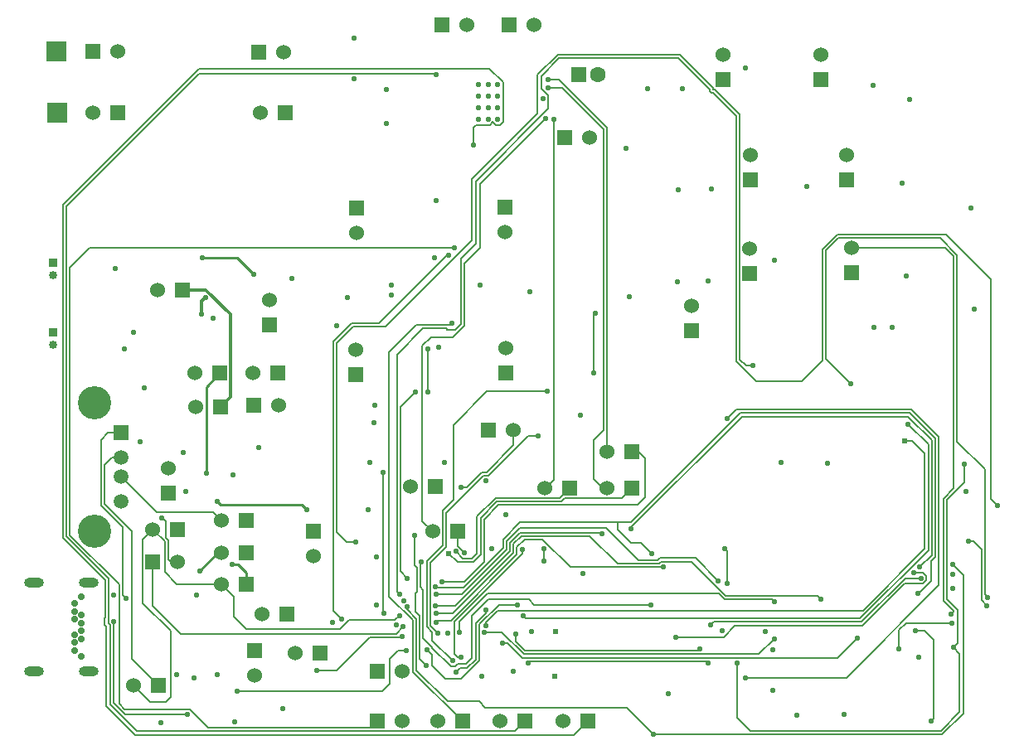
<source format=gbr>
%TF.GenerationSoftware,KiCad,Pcbnew,7.0.6-0*%
%TF.CreationDate,2024-11-22T12:27:14-08:00*%
%TF.ProjectId,OuterBoard_rev2.1,4f757465-7242-46f6-9172-645f72657632,rev?*%
%TF.SameCoordinates,Original*%
%TF.FileFunction,Copper,L4,Bot*%
%TF.FilePolarity,Positive*%
%FSLAX46Y46*%
G04 Gerber Fmt 4.6, Leading zero omitted, Abs format (unit mm)*
G04 Created by KiCad (PCBNEW 7.0.6-0) date 2024-11-22 12:27:14*
%MOMM*%
%LPD*%
G01*
G04 APERTURE LIST*
%TA.AperFunction,ComponentPad*%
%ADD10R,1.530000X1.530000*%
%TD*%
%TA.AperFunction,ComponentPad*%
%ADD11C,1.530000*%
%TD*%
%TA.AperFunction,ComponentPad*%
%ADD12C,0.550000*%
%TD*%
%TA.AperFunction,ComponentPad*%
%ADD13C,0.700000*%
%TD*%
%TA.AperFunction,ComponentPad*%
%ADD14O,2.000000X1.000000*%
%TD*%
%TA.AperFunction,ComponentPad*%
%ADD15R,1.508000X1.508000*%
%TD*%
%TA.AperFunction,ComponentPad*%
%ADD16C,1.508000*%
%TD*%
%TA.AperFunction,ComponentPad*%
%ADD17C,3.396000*%
%TD*%
%TA.AperFunction,ComponentPad*%
%ADD18R,2.000000X2.000000*%
%TD*%
%TA.AperFunction,ComponentPad*%
%ADD19R,0.850000X0.850000*%
%TD*%
%TA.AperFunction,ComponentPad*%
%ADD20C,0.850000*%
%TD*%
%TA.AperFunction,ComponentPad*%
%ADD21R,1.600000X1.600000*%
%TD*%
%TA.AperFunction,ComponentPad*%
%ADD22C,1.600000*%
%TD*%
%TA.AperFunction,ViaPad*%
%ADD23C,0.550000*%
%TD*%
%TA.AperFunction,ViaPad*%
%ADD24C,0.609600*%
%TD*%
%TA.AperFunction,Conductor*%
%ADD25C,0.300000*%
%TD*%
%TA.AperFunction,Conductor*%
%ADD26C,0.254000*%
%TD*%
%TA.AperFunction,Conductor*%
%ADD27C,0.200000*%
%TD*%
G04 APERTURE END LIST*
D10*
%TO.P,J14,01,01*%
%TO.N,VCC*%
X97993200Y-89560400D03*
D11*
%TO.P,J14,02,02*%
%TO.N,Net-(U1-V_{DD})*%
X95453200Y-89560400D03*
%TD*%
D10*
%TO.P,J27,01,01*%
%TO.N,BNO_SDA*%
X117881400Y-128574800D03*
D11*
%TO.P,J27,02,02*%
%TO.N,GPIO33*%
X120421400Y-128574800D03*
%TD*%
D10*
%TO.P,J5,01,01*%
%TO.N,Net-(U2-BOUT1)*%
X124496900Y-62509400D03*
D11*
%TO.P,J5,02,02*%
%TO.N,Net-(U2-BOUT2)*%
X127036900Y-62509400D03*
%TD*%
D12*
%TO.P,U2,18_1*%
%TO.N,N/C*%
X128180000Y-68588600D03*
%TO.P,U2,18_2*%
X128180000Y-69788600D03*
%TO.P,U2,18_3*%
X128180000Y-70988600D03*
%TO.P,U2,18_4*%
X128180000Y-72188600D03*
%TO.P,U2,18_5*%
X129180000Y-68588600D03*
%TO.P,U2,18_6*%
X129180000Y-69788600D03*
%TO.P,U2,18_7*%
X129180000Y-70988600D03*
%TO.P,U2,18_8*%
X129180000Y-72188600D03*
%TO.P,U2,18_9*%
X130180000Y-68588600D03*
%TO.P,U2,18_10*%
X130180000Y-69788600D03*
%TO.P,U2,18_11*%
X130180000Y-70988600D03*
%TO.P,U2,18_12*%
X130180000Y-72188600D03*
%TD*%
D10*
%TO.P,J13,01,01*%
%TO.N,+BATT*%
X96570800Y-110298300D03*
D11*
%TO.P,J13,02,02*%
%TO.N,Net-(J13-Pad02)*%
X96570800Y-107758300D03*
%TD*%
D13*
%TO.P,J42,B1,GND__2*%
%TO.N,GND*%
X87641700Y-127052800D03*
%TO.P,J42,B2,SSTXP2*%
%TO.N,unconnected-(J42-SSTXP2-PadB2)*%
X86941700Y-126402800D03*
%TO.P,J42,B3,SSTXN2*%
%TO.N,unconnected-(J42-SSTXN2-PadB3)*%
X86941700Y-125602800D03*
%TO.P,J42,B4,VBUS__2*%
%TO.N,+5V*%
X87641700Y-125202800D03*
%TO.P,J42,B5,CC2*%
%TO.N,Net-(J42-CC2)*%
X86941700Y-124802800D03*
%TO.P,J42,B6,DP2*%
%TO.N,Net-(J42-DN2)*%
X87641700Y-124402800D03*
%TO.P,J42,B7,DN2*%
X87641700Y-123602800D03*
%TO.P,J42,B8,SBU2*%
%TO.N,unconnected-(J42-SBU2-PadB8)*%
X86941700Y-123202800D03*
%TO.P,J42,B9,VBUS__3*%
%TO.N,+5V*%
X87641700Y-122802800D03*
%TO.P,J42,B10,SSRXN1*%
%TO.N,unconnected-(J42-SSRXN1-PadB10)*%
X86941700Y-122402800D03*
%TO.P,J42,B11,SSRXP1*%
%TO.N,unconnected-(J42-SSRXP1-PadB11)*%
X86941700Y-121602800D03*
%TO.P,J42,B12,GND__3*%
%TO.N,GND*%
X87641700Y-120952800D03*
D14*
%TO.P,J42,SH1,SHIELD*%
X88441700Y-119502800D03*
%TO.P,J42,SH2,SHIELD__1*%
X88441700Y-128502800D03*
%TO.P,J42,SH3,SHIELD__2*%
X82841700Y-119502800D03*
%TO.P,J42,SH4,SHIELD__3*%
X82841700Y-128502800D03*
%TD*%
D10*
%TO.P,J16,01,01*%
%TO.N,DRV_FAULT*%
X139344400Y-133629400D03*
D11*
%TO.P,J16,02,02*%
%TO.N,GPIO37*%
X136804400Y-133629400D03*
%TD*%
D15*
%TO.P,J44,1,VCC*%
%TO.N,+5V*%
X91726100Y-104167550D03*
D16*
%TO.P,J44,2,D-*%
%TO.N,Net-(J44-D-)*%
X91726100Y-106667550D03*
%TO.P,J44,3,D+*%
%TO.N,Net-(J44-D+)*%
X91726100Y-108667550D03*
%TO.P,J44,4,GND*%
%TO.N,GND*%
X91726100Y-111167550D03*
D17*
%TO.P,J44,SH1,SHIELD*%
X89016100Y-101097550D03*
%TO.P,J44,SH2,SHIELD__1*%
X89016100Y-114237550D03*
%TD*%
D10*
%TO.P,J22,01,01*%
%TO.N,Net-(U5-VOUT)*%
X166293800Y-87805900D03*
D11*
%TO.P,J22,02,02*%
%TO.N,+1V8*%
X166293800Y-85265900D03*
%TD*%
D10*
%TO.P,J35,01,01*%
%TO.N,+3.3V*%
X108672700Y-122682000D03*
D11*
%TO.P,J35,02,02*%
%TO.N,Net-(U7-VCC)*%
X106132700Y-122682000D03*
%TD*%
D10*
%TO.P,J31,01,01*%
%TO.N,D0{slash}A0*%
X126097100Y-114249200D03*
D11*
%TO.P,J31,02,02*%
%TO.N,MOTOR2_BIN2*%
X123557100Y-114249200D03*
%TD*%
D10*
%TO.P,J9,01,01*%
%TO.N,USB_DP*%
X104495600Y-116433600D03*
D11*
%TO.P,J9,02,02*%
%TO.N,Net-(U7-USBDP)*%
X101955600Y-116433600D03*
%TD*%
D10*
%TO.P,J36,01,01*%
%TO.N,+5V*%
X111353600Y-114249200D03*
D11*
%TO.P,J36,02,02*%
%TO.N,Net-(D8-A)*%
X111353600Y-116789200D03*
%TD*%
D10*
%TO.P,J15,01,01*%
%TO.N,VCC*%
X101854000Y-101498400D03*
D11*
%TO.P,J15,02,02*%
%TO.N,Net-(U3-V_{DD})*%
X99314000Y-101498400D03*
%TD*%
D10*
%TO.P,J1,01,01*%
%TO.N,Net-(J1-Pad01)*%
X88823800Y-65227200D03*
D11*
%TO.P,J1,02,02*%
%TO.N,Net-(D1-K)*%
X91363800Y-65227200D03*
%TD*%
D10*
%TO.P,J6,01,01*%
%TO.N,Net-(U2-AOUT1)*%
X131343400Y-62534800D03*
D11*
%TO.P,J6,02,02*%
%TO.N,Net-(U2-AOUT2)*%
X133883400Y-62534800D03*
%TD*%
D10*
%TO.P,J38,01,01*%
%TO.N,+3.3V*%
X115722400Y-81229200D03*
D11*
%TO.P,J38,02,02*%
%TO.N,Net-(U8-VDD)*%
X115722400Y-83769200D03*
%TD*%
D10*
%TO.P,J46,01,01*%
%TO.N,Net-(D15-K)*%
X107746800Y-98094800D03*
D11*
%TO.P,J46,02,02*%
%TO.N,VDC*%
X105206800Y-98094800D03*
%TD*%
D10*
%TO.P,J34,01,01*%
%TO.N,Net-(U11-VCC)*%
X149961600Y-93726000D03*
D11*
%TO.P,J34,02,02*%
%TO.N,+3.3V*%
X149961600Y-91186000D03*
%TD*%
D10*
%TO.P,J25,01,01*%
%TO.N,BNO_INT*%
X126568200Y-133654800D03*
D11*
%TO.P,J25,02,02*%
%TO.N,GPIO35*%
X124028200Y-133654800D03*
%TD*%
D10*
%TO.P,J23,01,01*%
%TO.N,Net-(U2-VM)*%
X136996100Y-74015600D03*
D11*
%TO.P,J23,02,02*%
%TO.N,+BATT*%
X139536100Y-74015600D03*
%TD*%
D10*
%TO.P,J33,01,01*%
%TO.N,Net-(J33-Pad01)*%
X123774200Y-109687400D03*
D11*
%TO.P,J33,02,02*%
%TO.N,+3.3V*%
X121234200Y-109687400D03*
%TD*%
D10*
%TO.P,J29,01,01*%
%TO.N,D2{slash}A2*%
X143865600Y-109829600D03*
D11*
%TO.P,J29,02,02*%
%TO.N,MOTOR1_AIN2*%
X141325600Y-109829600D03*
%TD*%
D10*
%TO.P,J43,01,01*%
%TO.N,Net-(U7-USBDM)*%
X104495600Y-119634000D03*
D11*
%TO.P,J43,02,02*%
%TO.N,USB_DN*%
X101955600Y-119634000D03*
%TD*%
D10*
%TO.P,J48,01,01*%
%TO.N,USB_DP*%
X104495600Y-113131600D03*
D11*
%TO.P,J48,02,02*%
%TO.N,Net-(J44-D+)*%
X101955600Y-113131600D03*
%TD*%
D10*
%TO.P,J3,01,01*%
%TO.N,Net-(D3-K)*%
X105779500Y-65252600D03*
D11*
%TO.P,J3,02,02*%
%TO.N,VCC*%
X108319500Y-65252600D03*
%TD*%
D18*
%TO.P,TP1,1,1*%
%TO.N,Net-(J1-Pad01)*%
X85140800Y-65244000D03*
%TD*%
D10*
%TO.P,J2,01,01*%
%TO.N,Net-(D2-K)*%
X91389200Y-71450200D03*
D11*
%TO.P,J2,02,02*%
%TO.N,Net-(J2-Pad02)*%
X88849200Y-71450200D03*
%TD*%
D10*
%TO.P,J41,01,01*%
%TO.N,GND*%
X130886200Y-81102200D03*
D11*
%TO.P,J41,02,02*%
%TO.N,Net-(U8-PIN16)*%
X130886200Y-83642200D03*
%TD*%
D10*
%TO.P,J4,01,01*%
%TO.N,GND*%
X108444100Y-71501000D03*
D11*
%TO.P,J4,02,02*%
%TO.N,Net-(D1-A)*%
X105904100Y-71501000D03*
%TD*%
D19*
%TO.P,J7,1,1*%
%TO.N,Net-(J12-Pad02)*%
X84785200Y-86801801D03*
D20*
%TO.P,J7,2,2*%
%TO.N,GND*%
X84785200Y-88051801D03*
%TD*%
D19*
%TO.P,J8,1,1*%
%TO.N,Net-(J13-Pad02)*%
X84792401Y-93913801D03*
D20*
%TO.P,J8,2,2*%
%TO.N,GND*%
X84792401Y-95163801D03*
%TD*%
D10*
%TO.P,J51,01,01*%
%TO.N,Net-(U7-TXD)*%
X105359200Y-126441200D03*
D11*
%TO.P,J51,02,02*%
%TO.N,RX_D7*%
X105359200Y-128981200D03*
%TD*%
D10*
%TO.P,J39,01,01*%
%TO.N,GND*%
X115646200Y-98196400D03*
D11*
%TO.P,J39,02,02*%
%TO.N,Net-(U8-PIN10)*%
X115646200Y-95656400D03*
%TD*%
D18*
%TO.P,TP2,1,1*%
%TO.N,Net-(J2-Pad02)*%
X85166200Y-71450200D03*
%TD*%
D10*
%TO.P,J21,01,01*%
%TO.N,Net-(U6-VO)*%
X165760400Y-78306300D03*
D11*
%TO.P,J21,02,02*%
%TO.N,Net-(C25-Pad1)*%
X165760400Y-75766300D03*
%TD*%
D10*
%TO.P,J28,01,01*%
%TO.N,D3{slash}A3*%
X143865600Y-106095800D03*
D11*
%TO.P,J28,02,02*%
%TO.N,MOTOR1_AIN1*%
X141325600Y-106095800D03*
%TD*%
D10*
%TO.P,J26,01,01*%
%TO.N,BNO_SCL*%
X117881400Y-133654800D03*
D11*
%TO.P,J26,02,02*%
%TO.N,GPIO34*%
X120421400Y-133654800D03*
%TD*%
D10*
%TO.P,J52,01,01*%
%TO.N,TX_D6*%
X112064800Y-126644400D03*
D11*
%TO.P,J52,02,02*%
%TO.N,Net-(U7-RXD)*%
X109524800Y-126644400D03*
%TD*%
D10*
%TO.P,J32,01,01*%
%TO.N,Net-(C38-Pad1)*%
X129260600Y-103936800D03*
D11*
%TO.P,J32,02,02*%
%TO.N,Net-(J32-Pad02)*%
X131800600Y-103936800D03*
%TD*%
D10*
%TO.P,J24,01,01*%
%TO.N,DRV_SLEEP*%
X132943600Y-133629400D03*
D11*
%TO.P,J24,02,02*%
%TO.N,GPIO36*%
X130403600Y-133629400D03*
%TD*%
D10*
%TO.P,J18,01,01*%
%TO.N,VDC*%
X155930600Y-87856700D03*
D11*
%TO.P,J18,02,02*%
%TO.N,Net-(U5-EN)*%
X155930600Y-85316700D03*
%TD*%
D10*
%TO.P,J17,01,01*%
%TO.N,VDC*%
X153187400Y-68095500D03*
D11*
%TO.P,J17,02,02*%
%TO.N,Net-(U4-EN)*%
X153187400Y-65555500D03*
%TD*%
D10*
%TO.P,J45,01,01*%
%TO.N,+5V*%
X105257600Y-101346000D03*
D11*
%TO.P,J45,02,02*%
%TO.N,Net-(D15-A)*%
X107797600Y-101346000D03*
%TD*%
D10*
%TO.P,J30,01,01*%
%TO.N,D1{slash}A1*%
X137541000Y-109829600D03*
D11*
%TO.P,J30,02,02*%
%TO.N,MOTOR2_BIN1*%
X135001000Y-109829600D03*
%TD*%
D10*
%TO.P,J49,01,01*%
%TO.N,Net-(J42-DN1)*%
X97485200Y-114046000D03*
D11*
%TO.P,J49,02,02*%
%TO.N,USB_DN*%
X94945200Y-114046000D03*
%TD*%
D10*
%TO.P,J50,01,01*%
%TO.N,USB_DP*%
X94945200Y-117398800D03*
D11*
%TO.P,J50,02,02*%
%TO.N,Net-(J42-DN2)*%
X97485200Y-117398800D03*
%TD*%
D10*
%TO.P,J20,01,01*%
%TO.N,Net-(U4-VOUT)*%
X163195000Y-68095500D03*
D11*
%TO.P,J20,02,02*%
%TO.N,+3.3V*%
X163195000Y-65555500D03*
%TD*%
D21*
%TO.P,C6,1*%
%TO.N,+BATT*%
X138436600Y-67538600D03*
D22*
%TO.P,C6,2*%
%TO.N,GND*%
X140436600Y-67538600D03*
%TD*%
D10*
%TO.P,J12,01,01*%
%TO.N,+BATT*%
X101803200Y-98094800D03*
D11*
%TO.P,J12,02,02*%
%TO.N,Net-(J12-Pad02)*%
X99263200Y-98094800D03*
%TD*%
D10*
%TO.P,J19,01,01*%
%TO.N,VDC*%
X156006800Y-78306300D03*
D11*
%TO.P,J19,02,02*%
%TO.N,Net-(U6-VI)*%
X156006800Y-75766300D03*
%TD*%
D10*
%TO.P,J47,01,01*%
%TO.N,Net-(J44-D-)*%
X95504000Y-129946400D03*
D11*
%TO.P,J47,02,02*%
%TO.N,USB_DN*%
X92964000Y-129946400D03*
%TD*%
D10*
%TO.P,J37,01,01*%
%TO.N,Net-(D8-K)*%
X106832400Y-93167200D03*
D11*
%TO.P,J37,02,02*%
%TO.N,VDC*%
X106832400Y-90627200D03*
%TD*%
D10*
%TO.P,J40,01,01*%
%TO.N,GND*%
X131038600Y-98018600D03*
D11*
%TO.P,J40,02,02*%
%TO.N,Net-(U8-PIN15)*%
X131038600Y-95478600D03*
%TD*%
D23*
%TO.N,GND*%
X131013200Y-112572800D03*
X124155200Y-95470100D03*
X171500800Y-78689200D03*
X128930400Y-109067600D03*
X117652800Y-101396800D03*
X98094800Y-106222800D03*
X93014800Y-93929200D03*
X178003200Y-110134400D03*
X124714000Y-107238800D03*
X123698000Y-86258400D03*
X158394400Y-86512400D03*
X90982800Y-120751600D03*
X143306800Y-75133200D03*
X148996400Y-68986400D03*
X148640800Y-79349600D03*
X93675200Y-105105200D03*
X94081600Y-99568000D03*
X109169200Y-88442800D03*
X101142800Y-92506800D03*
X113741200Y-93218000D03*
X118770400Y-69138800D03*
X172212000Y-70104000D03*
X159105600Y-107238800D03*
X161747200Y-79044800D03*
X143611600Y-90271600D03*
X158242000Y-126339600D03*
X115544600Y-67995800D03*
X115519200Y-63855600D03*
X171856400Y-88188800D03*
X117805200Y-121767600D03*
X168605200Y-93370400D03*
X105765600Y-105714800D03*
X129543100Y-115976400D03*
X97383600Y-128879600D03*
X91084400Y-87426800D03*
X138582400Y-102362000D03*
X92049600Y-95605600D03*
X118821200Y-72542400D03*
X128371600Y-89052400D03*
X145491200Y-69037200D03*
X134772400Y-70053200D03*
X116941600Y-112064800D03*
X160731200Y-132994400D03*
X155498800Y-66903600D03*
D24*
X135991600Y-129082800D03*
D23*
X117094000Y-107238800D03*
X133451600Y-89763600D03*
X173177200Y-127101600D03*
X99415600Y-120751600D03*
X168503600Y-68681600D03*
X119329200Y-89052400D03*
X113284000Y-123545600D03*
X117805200Y-116890800D03*
X178511200Y-81229200D03*
X103327200Y-133705600D03*
X151688800Y-88696800D03*
X101549200Y-128879600D03*
X157530800Y-124460000D03*
X165506400Y-132943600D03*
X158292800Y-130505200D03*
X123850400Y-80416000D03*
X114858800Y-90322400D03*
X99161600Y-129184400D03*
X138836400Y-118567200D03*
X125069600Y-124612400D03*
X151993600Y-79248000D03*
X163830000Y-107289600D03*
X176631600Y-120091200D03*
X148488400Y-88747600D03*
X178866800Y-91541600D03*
D24*
X136042400Y-124510800D03*
D23*
X95758000Y-133756400D03*
%TO.N,+BATT*%
X100431600Y-108305600D03*
%TO.N,VDC*%
X105257600Y-87985600D03*
X100025200Y-86309200D03*
%TO.N,Net-(D7-K)*%
X180131484Y-121848810D03*
X178257200Y-115265200D03*
%TO.N,+3.3V*%
X147574000Y-130860800D03*
X108204000Y-132334000D03*
X170484800Y-93421200D03*
X131775200Y-128574800D03*
X128524000Y-129076900D03*
X117500400Y-103174800D03*
X120599200Y-121310400D03*
X103124000Y-108508800D03*
X133604000Y-124460000D03*
X119329200Y-90119200D03*
X153111200Y-124409200D03*
X119837200Y-123818500D03*
X98348800Y-110134400D03*
%TO.N,CAM_RESET*%
X172821600Y-124409200D03*
X174396400Y-133604000D03*
%TO.N,+1V8*%
X176479200Y-122732800D03*
%TO.N,Net-(U8-CAP)*%
X123035500Y-100025200D03*
X123035500Y-95605600D03*
%TO.N,Net-(U9-XTAL_N)*%
X134874000Y-115976400D03*
X134874000Y-117244300D03*
%TO.N,+5V*%
X92202000Y-121107200D03*
%TO.N,IO21{slash}USER_LED*%
X120396000Y-124968000D03*
X111658400Y-128473200D03*
%TO.N,USB_DP*%
X120522462Y-123970431D03*
%TO.N,USB_DN*%
X120142000Y-122834400D03*
%TO.N,MTDO{slash}IO40{slash}CAM_SDA*%
X133299200Y-127679300D03*
X151638000Y-127709100D03*
X177800000Y-107342500D03*
X176682400Y-126085600D03*
X154635200Y-127711200D03*
%TO.N,MTCK{slash}IO39{slash}CAM_SCL*%
X132010300Y-124756375D03*
X180212900Y-120980100D03*
X150834481Y-126243300D03*
X166243000Y-99187000D03*
%TO.N,IO38{slash}DVP_VSYNC*%
X130657600Y-125628400D03*
X166878000Y-125120400D03*
%TO.N,Net-(J10-Pad8)*%
X176580800Y-123596400D03*
X171145200Y-126238000D03*
%TO.N,IO47{slash}DVP_HREF*%
X158394400Y-125222000D03*
X128823174Y-124540153D03*
%TO.N,IO48{slash}DVP_Y9*%
X126288300Y-124525001D03*
X158445200Y-121462800D03*
%TO.N,IO10{slash}XMCLK*%
X120922900Y-119024400D03*
X153568400Y-119583200D03*
X121767600Y-99974400D03*
X153314400Y-116027200D03*
%TO.N,IO11{slash}DVP_Y8*%
X173075600Y-120548400D03*
X145857581Y-116498913D03*
X123835702Y-119889354D03*
%TO.N,IO12{slash}DVP_Y7*%
X145846800Y-121767100D03*
X122369811Y-117380683D03*
%TO.N,IO13{slash}DVP_PCLK*%
X123860598Y-120650000D03*
X173380400Y-119024400D03*
X151942800Y-123799600D03*
X152692047Y-119291153D03*
%TO.N,IO14{slash}DVP_Y6*%
X120142000Y-120684097D03*
X181205700Y-111607600D03*
X148386800Y-125069600D03*
X176631600Y-118668800D03*
X172669200Y-118465600D03*
%TO.N,IO15{slash}DVP_Y2*%
X123818500Y-121848999D03*
X143782250Y-113950798D03*
X173278800Y-117908900D03*
X140817600Y-114452400D03*
%TO.N,IO16{slash}DVP_Y5*%
X146100800Y-134975600D03*
X176631600Y-117652800D03*
X120917821Y-121975470D03*
%TO.N,IO17{slash}DVP_Y3*%
X163169600Y-121208800D03*
X123860598Y-122631200D03*
%TO.N,IO18{slash}DVP_Y4*%
X147091400Y-117881400D03*
X123860598Y-123545600D03*
%TO.N,CHIP_EN*%
X156260800Y-97332800D03*
X115671600Y-115366800D03*
D24*
%TO.N,MTDI{slash}IO41{slash}PDM_DATA*%
X171754800Y-105005700D03*
D23*
X128949063Y-123849632D03*
%TO.N,MTMS{slash}IO42{slash}PDM_CLK*%
X172059600Y-103276400D03*
X132740400Y-122883100D03*
%TO.N,Net-(U1-PROG)*%
X99923600Y-92049600D03*
X100330000Y-90322400D03*
%TO.N,Net-(R6-Pad1)*%
X155448000Y-129184400D03*
X153611369Y-102709769D03*
%TO.N,Net-(R13-Pad2)*%
X110642400Y-112064800D03*
X101498400Y-111150400D03*
%TO.N,DRV_FAULT*%
X127660400Y-74777600D03*
%TO.N,BNO_SCL*%
X125780800Y-85293200D03*
%TO.N,BNO_SDA*%
X114198400Y-123190000D03*
X125171200Y-86055200D03*
%TO.N,DRV_SLEEP*%
X123850400Y-67614800D03*
%TO.N,BNO_INT*%
X125528900Y-92961270D03*
%TO.N,MOTOR1_AIN1*%
X135280400Y-68122800D03*
%TO.N,D3{slash}A3*%
X124443168Y-119430700D03*
%TO.N,MOTOR1_AIN2*%
X135331200Y-68935600D03*
D24*
%TO.N,D2{slash}A2*%
X125195786Y-116526745D03*
D23*
%TO.N,MOTOR2_BIN1*%
X135890000Y-72136000D03*
%TO.N,D1{slash}A1*%
X125890363Y-116296633D03*
%TO.N,MOTOR2_BIN2*%
X135077200Y-72085200D03*
%TO.N,D0{slash}A0*%
X126728978Y-116390097D03*
%TO.N,Net-(U9-U0TXD)*%
X128930400Y-122275600D03*
X125882400Y-128627700D03*
%TO.N,RX_D7*%
X120853200Y-126441200D03*
X132181600Y-121737300D03*
X122936000Y-126339600D03*
X103581200Y-130556000D03*
%TO.N,SPIWP*%
X124053600Y-124612400D03*
X134315200Y-104495600D03*
%TO.N,SPICS0*%
X118465600Y-108254800D03*
X118516400Y-122580400D03*
%TO.N,SPICLK*%
X121666000Y-114655600D03*
X122834400Y-127914400D03*
%TO.N,SPIQ*%
X140004800Y-98094800D03*
X135229600Y-99923600D03*
X125589161Y-127470932D03*
X140106400Y-91948000D03*
%TO.N,SPID*%
X132689600Y-116078000D03*
X126435841Y-127077200D03*
%TO.N,Net-(J32-Pad02)*%
X126390400Y-109728000D03*
%TO.N,Net-(J42-CC1)*%
X98501200Y-132943600D03*
X90932000Y-123444000D03*
%TO.N,Net-(U7-USBDP)*%
X99720400Y-118313200D03*
%TO.N,Net-(U7-USBDM)*%
X103073200Y-117604100D03*
%TO.N,Net-(J42-DN2)*%
X95859600Y-112877600D03*
%TD*%
D25*
%TO.N,VCC*%
X102870600Y-92046433D02*
X102870600Y-100481800D01*
X100384567Y-89560400D02*
X102870600Y-92046433D01*
X97993200Y-89560400D02*
X100384567Y-89560400D01*
X102870600Y-100481800D02*
X101854000Y-101498400D01*
D26*
%TO.N,+BATT*%
X100431600Y-99466400D02*
X101803200Y-98094800D01*
X100431600Y-108305600D02*
X100431600Y-99466400D01*
%TO.N,VDC*%
X105257600Y-87985600D02*
X103581200Y-86309200D01*
X103581200Y-86309200D02*
X100025200Y-86309200D01*
D27*
%TO.N,Net-(D7-K)*%
X178257200Y-115265200D02*
X178714400Y-115265200D01*
X179578000Y-116128800D02*
X179578000Y-121295326D01*
X178714400Y-115265200D02*
X179578000Y-116128800D01*
X179578000Y-121295326D02*
X180131484Y-121848810D01*
%TO.N,CAM_RESET*%
X174650400Y-133350000D02*
X174396400Y-133604000D01*
X173736000Y-124409200D02*
X174650400Y-125323600D01*
X174650400Y-125323600D02*
X174650400Y-133350000D01*
X172821600Y-124409200D02*
X173736000Y-124409200D01*
%TO.N,+1V8*%
X175842300Y-85265900D02*
X166293800Y-85265900D01*
X175669600Y-110902832D02*
X176733200Y-109839232D01*
X176733200Y-122478800D02*
X176733200Y-122367568D01*
X176479200Y-122732800D02*
X176733200Y-122478800D01*
X176733200Y-86156800D02*
X175842300Y-85265900D01*
X175669600Y-121303968D02*
X175669600Y-110902832D01*
X176733200Y-122367568D02*
X175669600Y-121303968D01*
X176733200Y-109839232D02*
X176733200Y-86156800D01*
%TO.N,Net-(U8-CAP)*%
X123035500Y-95605600D02*
X123035500Y-100025200D01*
%TO.N,Net-(U9-XTAL_N)*%
X134874000Y-115976400D02*
X134874000Y-117244300D01*
%TO.N,+5V*%
X91862600Y-113808200D02*
X89662000Y-111607600D01*
X92202000Y-121107200D02*
X91862600Y-120767800D01*
X90396450Y-104167550D02*
X91726100Y-104167550D01*
X89662000Y-104902000D02*
X90396450Y-104167550D01*
X89662000Y-111607600D02*
X89662000Y-104902000D01*
X91862600Y-120767800D02*
X91862600Y-113808200D01*
%TO.N,IO21{slash}USER_LED*%
X113741200Y-128473200D02*
X111658400Y-128473200D01*
X117149600Y-125064800D02*
X113741200Y-128473200D01*
X120396000Y-124968000D02*
X120299200Y-125064800D01*
X120299200Y-125064800D02*
X117149600Y-125064800D01*
%TO.N,USB_DP*%
X97839200Y-124712400D02*
X94945200Y-121818400D01*
X120522462Y-123970431D02*
X119780493Y-124712400D01*
X119780493Y-124712400D02*
X97839200Y-124712400D01*
X94945200Y-121818400D02*
X94945200Y-117398800D01*
%TO.N,USB_DN*%
X119684800Y-123291600D02*
X115011200Y-123291600D01*
X96266000Y-131673600D02*
X96774000Y-131165600D01*
X92964000Y-129946400D02*
X94691200Y-131673600D01*
X104495600Y-124206000D02*
X103225600Y-122936000D01*
X114096800Y-124206000D02*
X104495600Y-124206000D01*
X103225600Y-122936000D02*
X103225600Y-120904000D01*
X120142000Y-122834400D02*
X119684800Y-123291600D01*
X94691200Y-131673600D02*
X96266000Y-131673600D01*
X93927800Y-115063400D02*
X94945200Y-114046000D01*
X93927800Y-121563000D02*
X93927800Y-115063400D01*
X96774000Y-131165600D02*
X96774000Y-124409200D01*
X94945200Y-114046000D02*
X96164400Y-115265200D01*
X96774000Y-124409200D02*
X93927800Y-121563000D01*
X103225600Y-120904000D02*
X101955600Y-119634000D01*
X115011200Y-123291600D02*
X114096800Y-124206000D01*
X96164400Y-115265200D02*
X96164400Y-118414800D01*
X97383600Y-119634000D02*
X101955600Y-119634000D01*
X96164400Y-118414800D02*
X97383600Y-119634000D01*
%TO.N,MTDO{slash}IO40{slash}CAM_SDA*%
X176022000Y-121158000D02*
X177138000Y-122274000D01*
X175418832Y-134623200D02*
X177346000Y-132696032D01*
X176022000Y-111048800D02*
X176022000Y-121158000D01*
X177346000Y-126749200D02*
X176682400Y-126085600D01*
X177346000Y-132696032D02*
X177346000Y-126749200D01*
X177138000Y-122274000D02*
X177138000Y-125630000D01*
X177138000Y-125630000D02*
X176682400Y-126085600D01*
X151433700Y-127504800D02*
X151638000Y-127709100D01*
X154635200Y-127711200D02*
X154635200Y-133299200D01*
X133473700Y-127504800D02*
X151433700Y-127504800D01*
X155959200Y-134623200D02*
X175418832Y-134623200D01*
X177800000Y-109270800D02*
X176022000Y-111048800D01*
X133299200Y-127679300D02*
X133473700Y-127504800D01*
X154635200Y-133299200D02*
X155959200Y-134623200D01*
X177800000Y-107342500D02*
X177800000Y-109270800D01*
%TO.N,MTCK{slash}IO39{slash}CAM_SCL*%
X150630181Y-126447600D02*
X150834481Y-126243300D01*
X166243000Y-99187000D02*
X163677600Y-96621600D01*
X175323268Y-84248500D02*
X177085600Y-86010832D01*
X132010300Y-124756375D02*
X132010300Y-125476364D01*
X163677600Y-85547200D02*
X164976300Y-84248500D01*
X177085600Y-105051200D02*
X179930400Y-107896000D01*
X177085600Y-86010832D02*
X177085600Y-105051200D01*
X132010300Y-125476364D02*
X132981536Y-126447600D01*
X179930400Y-120697600D02*
X180212900Y-120980100D01*
X164976300Y-84248500D02*
X175323268Y-84248500D01*
X163677600Y-96621600D02*
X163677600Y-85547200D01*
X179930400Y-107896000D02*
X179930400Y-120697600D01*
X132981536Y-126447600D02*
X150630181Y-126447600D01*
%TO.N,IO38{slash}DVP_VSYNC*%
X164846000Y-127152400D02*
X166878000Y-125120400D01*
X130657600Y-125628400D02*
X131165600Y-125628400D01*
X132689600Y-127152400D02*
X164846000Y-127152400D01*
X131165600Y-125628400D02*
X132689600Y-127152400D01*
%TO.N,Net-(J10-Pad8)*%
X171145200Y-124307600D02*
X171856400Y-123596400D01*
X171856400Y-123596400D02*
X176580800Y-123596400D01*
X171145200Y-126238000D02*
X171145200Y-124307600D01*
%TO.N,IO47{slash}DVP_HREF*%
X130575721Y-124540153D02*
X132835568Y-126800000D01*
X132835568Y-126800000D02*
X156816400Y-126800000D01*
X156816400Y-126800000D02*
X158394400Y-125222000D01*
X128823174Y-124540153D02*
X130575721Y-124540153D01*
%TO.N,IO48{slash}DVP_Y9*%
X153320832Y-121205600D02*
X158188000Y-121205600D01*
X129123968Y-120599200D02*
X152714432Y-120599200D01*
X152714432Y-120599200D02*
X153320832Y-121205600D01*
X158188000Y-121205600D02*
X158445200Y-121462800D01*
X126288300Y-124525001D02*
X126288300Y-123434868D01*
X126288300Y-123434868D02*
X129123968Y-120599200D01*
%TO.N,IO10{slash}XMCLK*%
X153568400Y-116281200D02*
X153568400Y-119583200D01*
X120216800Y-118318300D02*
X120216800Y-101525200D01*
X153314400Y-116027200D02*
X153568400Y-116281200D01*
X120922900Y-119024400D02*
X120216800Y-118318300D01*
X120216800Y-101525200D02*
X121767600Y-99974400D01*
%TO.N,IO11{slash}DVP_Y8*%
X123835702Y-119889354D02*
X123934248Y-119987900D01*
X174396400Y-117289668D02*
X174396400Y-119294768D01*
X142443200Y-113336400D02*
X143772032Y-113336400D01*
X130718000Y-115081295D02*
X132462895Y-113336400D01*
X130718000Y-115935264D02*
X130718000Y-115081295D01*
X123934248Y-119987900D02*
X126665364Y-119987900D01*
X173142768Y-120548400D02*
X173075600Y-120548400D01*
X126665364Y-119987900D02*
X130718000Y-115935264D01*
X154946432Y-102162000D02*
X172266000Y-102162000D01*
X132462895Y-113336400D02*
X142443200Y-113336400D01*
X174844000Y-104740000D02*
X174844000Y-116842068D01*
X172266000Y-102162000D02*
X174844000Y-104740000D01*
X174844000Y-116842068D02*
X174396400Y-117289668D01*
X143772032Y-113336400D02*
X154946432Y-102162000D01*
X144776268Y-115417600D02*
X143814800Y-115417600D01*
X174396400Y-119294768D02*
X173142768Y-120548400D01*
X143814800Y-115417600D02*
X142443200Y-114046000D01*
X145857581Y-116498913D02*
X144776268Y-115417600D01*
X142443200Y-114046000D02*
X142443200Y-113336400D01*
%TO.N,IO12{slash}DVP_Y7*%
X125400729Y-128070500D02*
X125857100Y-128070500D01*
X133351600Y-121210400D02*
X133908800Y-121767600D01*
X122275600Y-119938800D02*
X122564046Y-120227246D01*
X122564046Y-125154846D02*
X123493200Y-126084000D01*
X122275600Y-117474894D02*
X122275600Y-119938800D01*
X122369811Y-117380683D02*
X122275600Y-117474894D01*
X125857100Y-128070500D02*
X126113200Y-127814400D01*
X127517632Y-122875568D02*
X129182800Y-121210400D01*
X123493200Y-126162971D02*
X125400729Y-128070500D01*
X126113200Y-127814400D02*
X126115679Y-127816879D01*
X127517632Y-127212832D02*
X127517632Y-122875568D01*
X133909300Y-121767100D02*
X145846800Y-121767100D01*
X123493200Y-126084000D02*
X123493200Y-126162971D01*
X126913585Y-127816879D02*
X127517632Y-127212832D01*
X133908800Y-121767600D02*
X133909300Y-121767100D01*
X122564046Y-120227246D02*
X122564046Y-125154846D01*
X129182800Y-121210400D02*
X133351600Y-121210400D01*
X126115679Y-127816879D02*
X126913585Y-127816879D01*
%TO.N,IO13{slash}DVP_PCLK*%
X131070400Y-115227263D02*
X132402463Y-113895200D01*
X141225600Y-113895200D02*
X144532400Y-117202000D01*
X146714632Y-116971800D02*
X150372694Y-116971800D01*
X152250800Y-123491600D02*
X151942800Y-123799600D01*
X150372694Y-116971800D02*
X152692047Y-119291153D01*
X171786336Y-119024400D02*
X167319136Y-123491600D01*
X167319136Y-123491600D02*
X152250800Y-123491600D01*
X173380400Y-119024400D02*
X171786336Y-119024400D01*
X132402463Y-113895200D02*
X141225600Y-113895200D01*
X123860598Y-120650000D02*
X126501632Y-120650000D01*
X131070400Y-116081232D02*
X131070400Y-115227263D01*
X144532400Y-117202000D02*
X146484432Y-117202000D01*
X146484432Y-117202000D02*
X146714632Y-116971800D01*
X126501632Y-120650000D02*
X131070400Y-116081232D01*
%TO.N,IO14{slash}DVP_Y6*%
X180543200Y-88477457D02*
X180543200Y-110945100D01*
X154405600Y-123902800D02*
X153238800Y-125069600D01*
X125018800Y-93621168D02*
X125844464Y-93621168D01*
X153238800Y-125069600D02*
X148386800Y-125069600D01*
X126393600Y-86407600D02*
X127914400Y-84886800D01*
X152024031Y-69465300D02*
X152177332Y-69465300D01*
X164830332Y-83896100D02*
X175961843Y-83896100D01*
X119864400Y-96172938D02*
X122529600Y-93507738D01*
X173937600Y-119255200D02*
X173611200Y-119581600D01*
X175961843Y-83896100D02*
X180543200Y-88477457D01*
X125844464Y-93621168D02*
X126393600Y-93072032D01*
X134597400Y-68989800D02*
X134597400Y-67729368D01*
X127914400Y-84886800D02*
X127914400Y-78460000D01*
X167406304Y-123902800D02*
X154405600Y-123902800D01*
X154536800Y-96854000D02*
X156588800Y-98906000D01*
X135299800Y-71074600D02*
X135299800Y-69692200D01*
X173611200Y-119581600D02*
X171727504Y-119581600D01*
X180543200Y-110945100D02*
X181205700Y-111607600D01*
X120142000Y-120684097D02*
X119864400Y-120406497D01*
X126393600Y-93072032D02*
X126393600Y-86407600D01*
X152177332Y-69465300D02*
X154536800Y-71824768D01*
X156588800Y-98906000D02*
X161190000Y-98906000D01*
X163325200Y-85401232D02*
X164830332Y-83896100D01*
X163325200Y-96770800D02*
X163325200Y-85401232D01*
X171727504Y-119581600D02*
X167406304Y-123902800D01*
X151817600Y-69258869D02*
X152024031Y-69465300D01*
X172669200Y-118465600D02*
X173609600Y-118465600D01*
X161190000Y-98906000D02*
X163325200Y-96770800D01*
X148596432Y-65884400D02*
X151817600Y-69105568D01*
X125018800Y-93507738D02*
X125018800Y-93621168D01*
X134597400Y-67729368D02*
X136442368Y-65884400D01*
X173937600Y-118793600D02*
X173937600Y-119255200D01*
X127914400Y-78460000D02*
X135299800Y-71074600D01*
X154536800Y-71824768D02*
X154536800Y-96854000D01*
X122529600Y-93507738D02*
X125018800Y-93507738D01*
X173609600Y-118465600D02*
X173937600Y-118793600D01*
X119864400Y-120406497D02*
X119864400Y-96172938D01*
X136442368Y-65884400D02*
X148596432Y-65884400D01*
X151817600Y-69105568D02*
X151817600Y-69258869D01*
X135299800Y-69692200D02*
X134597400Y-68989800D01*
%TO.N,IO15{slash}DVP_Y2*%
X140722400Y-114357200D02*
X140817600Y-114452400D01*
X123818500Y-121848999D02*
X125801001Y-121848999D01*
X155092400Y-102514400D02*
X172085600Y-102514400D01*
X131422800Y-116227200D02*
X131422800Y-115373231D01*
X143782250Y-113950798D02*
X143782250Y-113824550D01*
X125801001Y-121848999D02*
X131422800Y-116227200D01*
X131422800Y-115373231D02*
X132438831Y-114357200D01*
X143782250Y-113824550D02*
X155092400Y-102514400D01*
X172085600Y-102514400D02*
X174491600Y-104920400D01*
X174491600Y-104920400D02*
X174491600Y-116696100D01*
X132438831Y-114357200D02*
X140722400Y-114357200D01*
X174491600Y-116696100D02*
X173278800Y-117908900D01*
%TO.N,IO16{slash}DVP_Y5*%
X121859246Y-123163677D02*
X121859246Y-128447478D01*
X121859246Y-128447478D02*
X125034568Y-131622800D01*
X128270000Y-131622800D02*
X128879600Y-132232400D01*
X120917821Y-122222252D02*
X121859246Y-123163677D01*
X120917821Y-121975470D02*
X120917821Y-122222252D01*
X176631600Y-117652800D02*
X177698400Y-118719600D01*
X128879600Y-132232400D02*
X143357600Y-132232400D01*
X177698400Y-118719600D02*
X177698400Y-132842000D01*
X175564800Y-134975600D02*
X146100800Y-134975600D01*
X177698400Y-132842000D02*
X175564800Y-134975600D01*
X125034568Y-131622800D02*
X128270000Y-131622800D01*
X143357600Y-132232400D02*
X146100800Y-134975600D01*
%TO.N,IO17{slash}DVP_Y3*%
X162814000Y-120853200D02*
X163169600Y-121208800D01*
X142395600Y-117554400D02*
X146630400Y-117554400D01*
X131775200Y-115519200D02*
X132584800Y-114709600D01*
X146860600Y-117324200D02*
X149937800Y-117324200D01*
X153466800Y-120853200D02*
X162814000Y-120853200D01*
X146630400Y-117554400D02*
X146860600Y-117324200D01*
X139550800Y-114709600D02*
X142395600Y-117554400D01*
X131775200Y-116452864D02*
X131775200Y-115519200D01*
X132584800Y-114709600D02*
X139550800Y-114709600D01*
X149937800Y-117324200D02*
X153466800Y-120853200D01*
X123860598Y-122631200D02*
X125596864Y-122631200D01*
X125596864Y-122631200D02*
X131775200Y-116452864D01*
%TO.N,IO18{slash}DVP_Y4*%
X123860598Y-123545600D02*
X124058966Y-123347232D01*
X137592400Y-117906800D02*
X147066000Y-117906800D01*
X132132400Y-116594032D02*
X132132400Y-115847200D01*
X124058966Y-123347232D02*
X125379200Y-123347232D01*
X147066000Y-117906800D02*
X147091400Y-117881400D01*
X132917600Y-115062000D02*
X134747600Y-115062000D01*
X125379200Y-123347232D02*
X132132400Y-116594032D01*
X132132400Y-115847200D02*
X132917600Y-115062000D01*
X134747600Y-115062000D02*
X137592400Y-117906800D01*
%TO.N,CHIP_EN*%
X127508000Y-78282800D02*
X127508000Y-84506400D01*
X136296400Y-65532000D02*
X134245000Y-67583400D01*
X148742400Y-65532000D02*
X136296400Y-65532000D01*
X113738000Y-94989568D02*
X113738000Y-114347600D01*
X156260800Y-97332800D02*
X155513968Y-97332800D01*
X115411168Y-93316400D02*
X113738000Y-94989568D01*
X127508000Y-84506400D02*
X118698000Y-93316400D01*
X134245000Y-67583400D02*
X134245000Y-71545800D01*
X118698000Y-93316400D02*
X115411168Y-93316400D01*
X154889200Y-71678800D02*
X152323300Y-69112900D01*
X114757200Y-115366800D02*
X115671600Y-115366800D01*
X155513968Y-97332800D02*
X154889200Y-96708032D01*
X152170000Y-69112900D02*
X152170000Y-68959600D01*
X152323300Y-69112900D02*
X152170000Y-69112900D01*
X154889200Y-96708032D02*
X154889200Y-71678800D01*
X152170000Y-68959600D02*
X148742400Y-65532000D01*
X134245000Y-71545800D02*
X127508000Y-78282800D01*
X113738000Y-114347600D02*
X114757200Y-115366800D01*
%TO.N,MTDI{slash}IO41{slash}PDM_DATA*%
X173786800Y-116027200D02*
X167487600Y-122326400D01*
X172518900Y-105005700D02*
X173786800Y-106273600D01*
X173786800Y-106273600D02*
X173786800Y-116027200D01*
X171754800Y-105005700D02*
X172518900Y-105005700D01*
X128949063Y-123568105D02*
X128949063Y-123849632D01*
X130190768Y-122326400D02*
X128949063Y-123568105D01*
X167487600Y-122326400D02*
X130190768Y-122326400D01*
%TO.N,MTMS{slash}IO42{slash}PDM_CLK*%
X174139200Y-116173168D02*
X174139200Y-105356000D01*
X167173168Y-123139200D02*
X174139200Y-116173168D01*
X132996500Y-123139200D02*
X167173168Y-123139200D01*
X174139200Y-105356000D02*
X172059600Y-103276400D01*
X132740400Y-122883100D02*
X132996500Y-123139200D01*
D25*
%TO.N,Net-(U1-PROG)*%
X99923600Y-90728800D02*
X100330000Y-90322400D01*
X99923600Y-92049600D02*
X99923600Y-90728800D01*
D27*
%TO.N,Net-(R6-Pad1)*%
X172411968Y-101809600D02*
X154511538Y-101809600D01*
X165770032Y-129184400D02*
X175196400Y-119758032D01*
X175196400Y-104594031D02*
X172411968Y-101809600D01*
X154511538Y-101809600D02*
X153611369Y-102709769D01*
X175196400Y-119758032D02*
X175196400Y-104594031D01*
X155448000Y-129184400D02*
X165770032Y-129184400D01*
D26*
%TO.N,Net-(R13-Pad2)*%
X101904800Y-111556800D02*
X101498400Y-111150400D01*
X110642400Y-112064800D02*
X110134400Y-111556800D01*
X110134400Y-111556800D02*
X101904800Y-111556800D01*
D27*
%TO.N,DRV_FAULT*%
X99679232Y-66954400D02*
X129291657Y-66954400D01*
X129680000Y-72434457D02*
X129398457Y-72716000D01*
X90052200Y-123079574D02*
X90071600Y-123060175D01*
X130398457Y-72716000D02*
X129961543Y-72716000D01*
X90227200Y-123983426D02*
X90052200Y-123808426D01*
X129398457Y-72716000D02*
X127961543Y-72716000D01*
X137949200Y-135024600D02*
X93184664Y-135024600D01*
X129961543Y-72716000D02*
X129680000Y-72434457D01*
X90071600Y-119230800D02*
X85750400Y-114909600D01*
X139344400Y-133629400D02*
X137949200Y-135024600D01*
X85750400Y-80883232D02*
X99679232Y-66954400D01*
X85750400Y-114909600D02*
X85750400Y-80883232D01*
X130707400Y-72407057D02*
X130398457Y-72716000D01*
X129291657Y-66954400D02*
X130707400Y-68370143D01*
X90227200Y-132067136D02*
X90227200Y-123983426D01*
X127660400Y-73017143D02*
X127660400Y-74777600D01*
X127961543Y-72716000D02*
X127660400Y-73017143D01*
X90052200Y-123808426D02*
X90052200Y-123079574D01*
X90071600Y-123060175D02*
X90071600Y-119230800D01*
X130707400Y-68370143D02*
X130707400Y-72407057D01*
X93184664Y-135024600D02*
X90227200Y-132067136D01*
%TO.N,BNO_SCL*%
X117273400Y-134262800D02*
X100566257Y-134262800D01*
X91510200Y-131855032D02*
X91510200Y-119672664D01*
X86455200Y-114617664D02*
X86455200Y-87331600D01*
X91510200Y-119672664D02*
X86455200Y-114617664D01*
X92071368Y-132416200D02*
X91510200Y-131855032D01*
X100566257Y-134262800D02*
X98719657Y-132416200D01*
X86455200Y-87331600D02*
X88493600Y-85293200D01*
X117881400Y-133654800D02*
X117273400Y-134262800D01*
X88493600Y-85293200D02*
X125780800Y-85293200D01*
X98719657Y-132416200D02*
X92071368Y-132416200D01*
%TO.N,BNO_SDA*%
X118059200Y-92964000D02*
X115265200Y-92964000D01*
X115265200Y-92964000D02*
X113385600Y-94843600D01*
X113385600Y-122377200D02*
X114198400Y-123190000D01*
X113385600Y-94843600D02*
X113385600Y-122377200D01*
X124968000Y-86055200D02*
X118059200Y-92964000D01*
X125171200Y-86055200D02*
X124968000Y-86055200D01*
%TO.N,DRV_SLEEP*%
X90579600Y-131921168D02*
X90579600Y-123837457D01*
X86102800Y-114763632D02*
X86102800Y-81029200D01*
X123704000Y-67468400D02*
X123850400Y-67614800D01*
X131900800Y-134672200D02*
X93330632Y-134672200D01*
X86102800Y-81029200D02*
X99663600Y-67468400D01*
X90579600Y-123837457D02*
X90404600Y-123662457D01*
X99663600Y-67468400D02*
X123704000Y-67468400D01*
X90404600Y-123662457D02*
X90404600Y-123225543D01*
X90424000Y-123206143D02*
X90424000Y-119084832D01*
X132943600Y-133629400D02*
X131900800Y-134672200D01*
X90404600Y-123225543D02*
X90424000Y-123206143D01*
X93330632Y-134672200D02*
X90579600Y-131921168D01*
X90424000Y-119084832D02*
X86102800Y-114763632D01*
%TO.N,BNO_INT*%
X121506846Y-123309646D02*
X121506846Y-128593446D01*
X125334832Y-93155338D02*
X121830262Y-93155338D01*
X121506846Y-128593446D02*
X126568200Y-133654800D01*
X121830262Y-93155338D02*
X119075200Y-95910400D01*
X125528900Y-92961270D02*
X125334832Y-93155338D01*
X119075200Y-120878000D02*
X121506846Y-123309646D01*
X119075200Y-95910400D02*
X119075200Y-120878000D01*
%TO.N,MOTOR1_AIN1*%
X141325600Y-106095800D02*
X141325600Y-72999600D01*
X141325600Y-72999600D02*
X136448800Y-68122800D01*
X136448800Y-68122800D02*
X135280400Y-68122800D01*
%TO.N,D3{slash}A3*%
X124443168Y-119430700D02*
X126724196Y-119430700D01*
X144551400Y-106095800D02*
X143865600Y-106095800D01*
X128771600Y-113017136D02*
X130236936Y-111551800D01*
X126724196Y-119430700D02*
X128771600Y-117383296D01*
X144480200Y-111551800D02*
X145237200Y-110794800D01*
X128771600Y-117383296D02*
X128771600Y-113017136D01*
X145237200Y-110794800D02*
X145237200Y-106781600D01*
X130236936Y-111551800D02*
X144480200Y-111551800D01*
X145237200Y-106781600D02*
X144551400Y-106095800D01*
%TO.N,MOTOR1_AIN2*%
X139954000Y-104952800D02*
X140973200Y-103933600D01*
X136763232Y-68935600D02*
X135331200Y-68935600D01*
X140973200Y-103933600D02*
X140973200Y-73145568D01*
X141325600Y-109829600D02*
X140868400Y-109829600D01*
X139954000Y-108915200D02*
X139954000Y-104952800D01*
X140973200Y-73145568D02*
X136763232Y-68935600D01*
X140868400Y-109829600D02*
X139954000Y-108915200D01*
%TO.N,D2{slash}A2*%
X143865600Y-109829600D02*
X142848200Y-110847000D01*
X137021968Y-110847000D02*
X136669568Y-111199400D01*
X142848200Y-110847000D02*
X137021968Y-110847000D01*
X126045472Y-117376431D02*
X125195786Y-116526745D01*
X130090968Y-111199400D02*
X128419200Y-112871168D01*
X127673137Y-117376431D02*
X126045472Y-117376431D01*
X128419200Y-112871168D02*
X128419200Y-116630368D01*
X136669568Y-111199400D02*
X130090968Y-111199400D01*
X128419200Y-116630368D02*
X127673137Y-117376431D01*
%TO.N,MOTOR2_BIN1*%
X135890000Y-72136000D02*
X135890000Y-108940600D01*
X135890000Y-108940600D02*
X135001000Y-109829600D01*
%TO.N,D1{slash}A1*%
X128066800Y-116484400D02*
X128066800Y-112725200D01*
X128066800Y-112725200D02*
X129945000Y-110847000D01*
X125890363Y-116296633D02*
X126617761Y-117024031D01*
X129945000Y-110847000D02*
X136523600Y-110847000D01*
X127527169Y-117024031D02*
X128066800Y-116484400D01*
X126617761Y-117024031D02*
X127527169Y-117024031D01*
X136523600Y-110847000D02*
X137541000Y-109829600D01*
%TO.N,MOTOR2_BIN2*%
X128371600Y-85242400D02*
X126746000Y-86868000D01*
X126746000Y-86868000D02*
X126746000Y-93218000D01*
X122478800Y-95250000D02*
X122478800Y-113170900D01*
X123342400Y-94386400D02*
X122478800Y-95250000D01*
X135077200Y-72085200D02*
X128371600Y-78790800D01*
X128371600Y-78790800D02*
X128371600Y-85242400D01*
X125577600Y-94386400D02*
X123342400Y-94386400D01*
X126746000Y-93218000D02*
X125577600Y-94386400D01*
X122478800Y-113170900D02*
X123557100Y-114249200D01*
%TO.N,D0{slash}A0*%
X126097100Y-115758219D02*
X126097100Y-114249200D01*
X126728978Y-116390097D02*
X126097100Y-115758219D01*
%TO.N,Net-(U9-U0TXD)*%
X127917600Y-127311232D02*
X127917600Y-123602832D01*
X128930400Y-122590032D02*
X128930400Y-122275600D01*
X126340821Y-128169279D02*
X127059553Y-128169279D01*
X125882400Y-128627700D02*
X126340821Y-128169279D01*
X127917600Y-123602832D02*
X128930400Y-122590032D01*
X127059553Y-128169279D02*
X127917600Y-127311232D01*
%TO.N,RX_D7*%
X126390400Y-129336800D02*
X124815600Y-129336800D01*
X119989600Y-126441200D02*
X120853200Y-126441200D01*
X128270000Y-127457200D02*
X126390400Y-129336800D01*
X103581200Y-130556000D02*
X118414800Y-130556000D01*
X119126000Y-129844800D02*
X119126000Y-127304800D01*
X124815600Y-129336800D02*
X123431247Y-127952447D01*
X123431247Y-126834847D02*
X122936000Y-126339600D01*
X128270000Y-123748800D02*
X128270000Y-127457200D01*
X123431247Y-127952447D02*
X123431247Y-126834847D01*
X119126000Y-127304800D02*
X119989600Y-126441200D01*
X118414800Y-130556000D02*
X119126000Y-129844800D01*
X132181600Y-121737300D02*
X130281500Y-121737300D01*
X130281500Y-121737300D02*
X128270000Y-123748800D01*
%TO.N,SPIWP*%
X133248400Y-104495600D02*
X134315200Y-104495600D01*
X128711943Y-108540200D02*
X129203800Y-108540200D01*
X129203800Y-108540200D02*
X133248400Y-104495600D01*
X123291600Y-123850400D02*
X123291600Y-120133252D01*
X123278502Y-117462698D02*
X124926900Y-115814300D01*
X124053600Y-124612400D02*
X123291600Y-123850400D01*
X123278502Y-120120154D02*
X123278502Y-117462698D01*
X123291600Y-120133252D02*
X123278502Y-120120154D01*
X124926900Y-115814300D02*
X124926900Y-112325243D01*
X124926900Y-112325243D02*
X128711943Y-108540200D01*
%TO.N,SPICS0*%
X118465600Y-122529600D02*
X118516400Y-122580400D01*
X118465600Y-108254800D02*
X118465600Y-122529600D01*
%TO.N,SPICLK*%
X121923200Y-117943798D02*
X121666000Y-117686598D01*
X122834400Y-127914400D02*
X122211646Y-127291646D01*
X122211646Y-122872046D02*
X121740847Y-122401247D01*
X121740847Y-120584218D02*
X121923200Y-120401865D01*
X121666000Y-117686598D02*
X121666000Y-114655600D01*
X121740847Y-122401247D02*
X121740847Y-120584218D01*
X122211646Y-127291646D02*
X122211646Y-122872046D01*
X121923200Y-120401865D02*
X121923200Y-117943798D01*
%TO.N,SPIQ*%
X124561600Y-112074432D02*
X125628400Y-111007632D01*
X123496400Y-125411138D02*
X123496400Y-124553568D01*
X124574500Y-113827779D02*
X124561600Y-113814879D01*
X129082800Y-99923600D02*
X135229600Y-99923600D01*
X124561600Y-113814879D02*
X124561600Y-112074432D01*
X124574500Y-115668332D02*
X124574500Y-113827779D01*
X125628400Y-103378000D02*
X129082800Y-99923600D01*
X125628400Y-111007632D02*
X125628400Y-103378000D01*
X125589161Y-127470932D02*
X125556194Y-127470932D01*
X122939200Y-123996368D02*
X122939200Y-120279221D01*
X123496400Y-124553568D02*
X122939200Y-123996368D01*
X122926102Y-120266123D02*
X122926102Y-117316730D01*
X122939200Y-120279221D02*
X122926102Y-120266123D01*
X140004800Y-98094800D02*
X140004800Y-92049600D01*
X122926102Y-117316730D02*
X124574500Y-115668332D01*
X125556194Y-127470932D02*
X123496400Y-125411138D01*
X140004800Y-92049600D02*
X140106400Y-91948000D01*
%TO.N,SPID*%
X132689600Y-116535200D02*
X132689600Y-116078000D01*
X126435841Y-127077200D02*
X126061200Y-127077200D01*
X125731600Y-123493200D02*
X132689600Y-116535200D01*
X125731600Y-126747600D02*
X125731600Y-123493200D01*
X126061200Y-127077200D02*
X125731600Y-126747600D01*
%TO.N,Net-(J32-Pad02)*%
X127025775Y-109728000D02*
X128565975Y-108187800D01*
X128565975Y-108187800D02*
X129057832Y-108187800D01*
X126390400Y-109728000D02*
X127025775Y-109728000D01*
X129057832Y-108187800D02*
X131800600Y-105445032D01*
X131800600Y-105445032D02*
X131800600Y-103936800D01*
%TO.N,Net-(J42-CC1)*%
X90932000Y-131775200D02*
X92100400Y-132943600D01*
X90932000Y-123444000D02*
X90932000Y-131775200D01*
X92100400Y-132943600D02*
X98501200Y-132943600D01*
D26*
%TO.N,Net-(U7-USBDP)*%
X101549200Y-116433600D02*
X101955600Y-116433600D01*
X99720400Y-118262400D02*
X101549200Y-116433600D01*
X99720400Y-118313200D02*
X99720400Y-118262400D01*
%TO.N,Net-(U7-USBDM)*%
X103634100Y-117604100D02*
X104495600Y-118465600D01*
X104495600Y-118465600D02*
X104495600Y-119634000D01*
X103073200Y-117604100D02*
X103634100Y-117604100D01*
D27*
%TO.N,Net-(J42-DN2)*%
X96516800Y-117090800D02*
X96824800Y-117398800D01*
X96266000Y-113182400D02*
X96266000Y-114868432D01*
X95859600Y-112877600D02*
X95961200Y-112877600D01*
X95961200Y-112877600D02*
X96266000Y-113182400D01*
X96516800Y-115119232D02*
X96516800Y-117090800D01*
X96824800Y-117398800D02*
X97485200Y-117398800D01*
X96266000Y-114868432D02*
X96516800Y-115119232D01*
%TO.N,Net-(J44-D-)*%
X91726100Y-106667550D02*
X90792050Y-106667550D01*
X92786200Y-127228600D02*
X95504000Y-129946400D01*
X92786200Y-114195248D02*
X92786200Y-127228600D01*
X90792050Y-106667550D02*
X90041400Y-107418200D01*
X90041400Y-107418200D02*
X90041400Y-111450448D01*
X90041400Y-111450448D02*
X92786200Y-114195248D01*
%TO.N,Net-(J44-D+)*%
X95326550Y-112268000D02*
X101092000Y-112268000D01*
X101092000Y-112268000D02*
X101955600Y-113131600D01*
X91726100Y-108667550D02*
X95326550Y-112268000D01*
%TD*%
M02*

</source>
